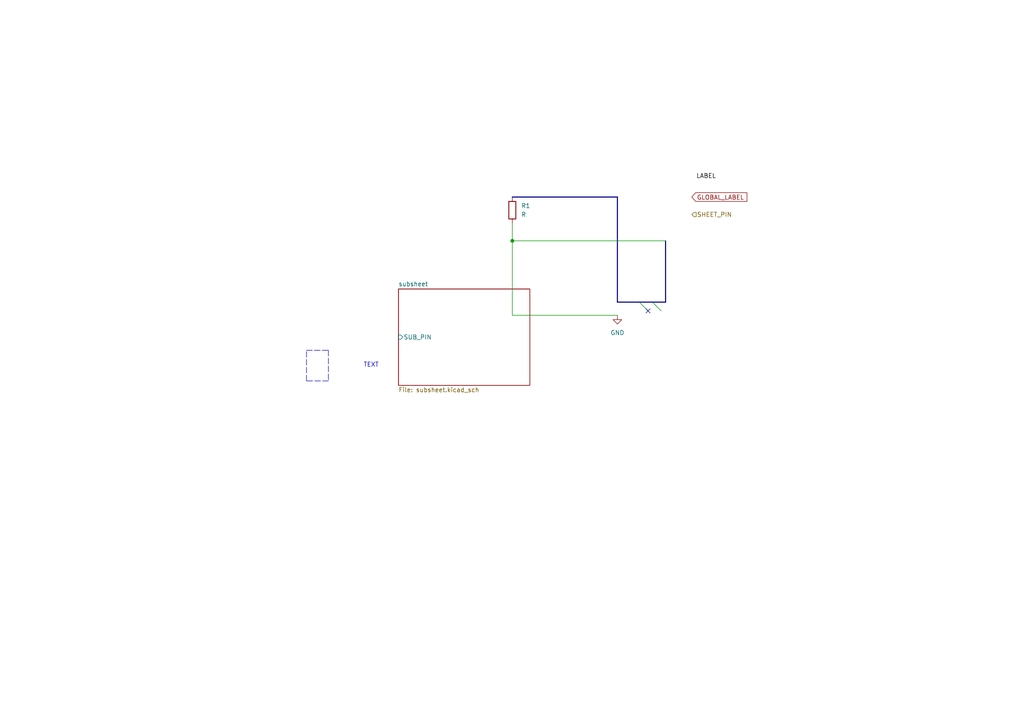
<source format=kicad_sch>
(kicad_sch (version 20211123) (generator eeschema)
  (paper "A4")
  (title_block (title "Schema with all elements") (date "2022-09-05") (rev "R01") (company "private"))
  (lib_symbols
    (symbol "Device:R" (pin_numbers hide) (pin_names (offset 0))
      (property "Reference" "R" (at 2.032 0 90))
      (property "Value" "R" (at 0 0 90))
      (symbol "R_0_1"
        (rectangle (start -1.016 -2.54) (end 1.016 2.54) (stroke (width 0.254)))
      )
      (symbol "R_1_1"
        (pin passive line (at 0 3.81 270) (length 1.27) (name "~") (number "1"))
        (pin passive line (at 0 -3.81 90) (length 1.27) (name "~") (number "2"))
      )
    )
    (symbol "power:GND" (power) (pin_names (offset 0))
      (property "Value" "GND" (at 0 -3.81 0))
      (symbol "GND_0_1"
        (polyline (pts (xy 0 0) (xy 0 -1.27) (xy 1.27 -1.27) (xy 0 -2.54) (xy -1.27 -1.27) (xy 0 -1.27)))
      )
      (symbol "GND_1_1"
        (pin power_in line (at 0 0 270) (length 0) hide (name "GND") (number "1"))
      )
    )
  )
  (junction (at 148.59 69.85))
  (no_connect (at 187.96 90.17))
  (bus_entry (at 189.23 87.63) (size 2.54 2.54))
  (bus_entry (at 185.42 87.63) (size 2.54 2.54))
  (bus (pts (xy 189.23 87.63) (xy 193.04 87.63)))
  (wire (pts (xy 148.59 69.85) (xy 148.59 91.44)))
  (wire (pts (xy 179.07 91.44) (xy 148.59 91.44)))
  (wire (pts (xy 148.59 69.85) (xy 193.04 69.85)))
  (polyline (pts (xy 88.9 110.49) (xy 88.9 101.6)))
  (bus (pts (xy 185.42 87.63) (xy 189.23 87.63)))
  (bus (pts (xy 148.59 57.15) (xy 179.07 57.15)))
  (bus (pts (xy 179.07 87.63) (xy 185.42 87.63)))
  (wire (pts (xy 148.59 64.77) (xy 148.59 69.85)))
  (polyline (pts (xy 88.9 101.6) (xy 95.25 101.6)))
  (polyline (pts (xy 95.25 110.49) (xy 88.9 110.49)))
  (bus (pts (xy 193.04 69.85) (xy 193.04 87.63)))
  (bus (pts (xy 179.07 57.15) (xy 179.07 87.63)))
  (polyline (pts (xy 95.25 101.6) (xy 95.25 110.49)))
  (text "TEXT" (at 105.41 106.68 0) (effects (font (size 1.27 1.27)) (justify left bottom)))
  (label "LABEL" (at 201.93 52.07 0))
  (global_label "GLOBAL_LABEL" (shape input) (at 200.66 57.15 0) (property "Intersheet References" "${INTERSHEET_REFS}" (effects hide)))
  (hierarchical_label "SHEET_PIN" (shape input) (at 200.66 62.23 0))
  (symbol (lib_id "Device:R") (at 148.59 60.96 0) (unit 1)
    (property "Reference" "R1" (at 151.13 59.6899 0) (effects (justify left)))
    (property "Value" "R" (at 151.13 62.2299 0) (effects (justify left)))
  )
  (symbol (lib_id "power:GND") (at 179.07 91.44 0) (unit 1)
    (property "Reference" "#PWR?" (effects hide))
    (property "Value" "GND" (at 179.07 96.52 0))
  )
  (sheet (at 115.57 83.82) (size 38.1 27.94) (stroke (width 0.1524))
    (property "Sheet name" "subsheet" (at 115.57 83.1084 0) (effects (justify left bottom)))
    (property "Sheet file" "subsheet.kicad_sch" (at 115.57 112.3446 0) (effects (justify left top)))
    (pin "SUB_PIN" input (at 115.57 97.79 180))
  )
)
</source>
